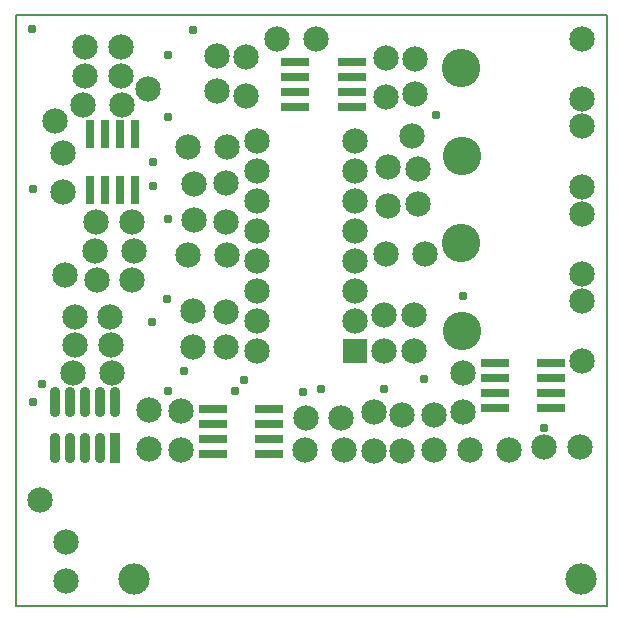
<source format=gbs>
%FSLAX25Y25*%
%MOIN*%
G70*
G01*
G75*
G04 Layer_Color=16711935*
%ADD10C,0.01000*%
%ADD11C,0.02000*%
%ADD12C,0.02500*%
%ADD13C,0.00787*%
%ADD14C,0.07874*%
%ADD15R,0.07874X0.07874*%
%ADD16C,0.12205*%
%ADD17C,0.09843*%
%ADD18C,0.02500*%
%ADD19R,0.02362X0.08661*%
%ADD20R,0.08661X0.02362*%
%ADD21O,0.02992X0.09449*%
%ADD22R,0.02992X0.09449*%
%ADD23R,0.08000X0.06500*%
%ADD24R,0.08500X0.07000*%
%ADD25R,0.08100X0.06700*%
%ADD26R,0.08900X0.07700*%
%ADD27R,0.08200X0.07100*%
%ADD28C,0.00300*%
%ADD29C,0.00500*%
%ADD30C,0.08474*%
%ADD31R,0.08474X0.08474*%
%ADD32C,0.12805*%
%ADD33C,0.10443*%
%ADD34C,0.03100*%
%ADD35R,0.02962X0.09261*%
%ADD36R,0.09261X0.02962*%
%ADD37O,0.03592X0.10049*%
%ADD38R,0.03592X0.10049*%
D13*
X-196850Y0D02*
Y196850D01*
Y0D02*
X0D01*
Y196850D01*
X-196850D02*
X0D01*
D30*
X-47800Y64549D02*
D03*
Y77552D02*
D03*
X-180600Y110351D02*
D03*
X-188800Y35451D02*
D03*
X-184000Y161550D02*
D03*
X-77400Y64701D02*
D03*
Y51699D02*
D03*
X-152500Y65201D02*
D03*
Y52199D02*
D03*
X-164749Y77650D02*
D03*
X-177752D02*
D03*
X-170652Y118251D02*
D03*
X-157649D02*
D03*
X-73000Y133199D02*
D03*
Y146201D02*
D03*
X-181200Y138149D02*
D03*
Y151152D02*
D03*
X-161599Y166900D02*
D03*
X-174601D02*
D03*
X-139401Y153050D02*
D03*
X-126399D02*
D03*
X-126850Y141052D02*
D03*
Y128049D02*
D03*
X-139601Y116951D02*
D03*
X-126599D02*
D03*
X-60599Y117350D02*
D03*
X-73601D02*
D03*
X-180350Y8449D02*
D03*
Y21452D02*
D03*
X-45501Y51850D02*
D03*
X-32499D02*
D03*
X-141800Y51849D02*
D03*
Y64852D02*
D03*
X-87599Y52100D02*
D03*
X-100601D02*
D03*
X-120100Y170149D02*
D03*
Y183152D02*
D03*
X-96799Y188951D02*
D03*
X-109801D02*
D03*
X-100305Y62800D02*
D03*
X-88494D02*
D03*
X-68100Y51745D02*
D03*
Y63556D02*
D03*
X-57600Y63656D02*
D03*
Y51845D02*
D03*
X-158245Y127951D02*
D03*
X-170056D02*
D03*
X-158145Y108551D02*
D03*
X-169956D02*
D03*
X-63000Y145806D02*
D03*
Y133994D02*
D03*
X-64051Y85145D02*
D03*
Y96956D02*
D03*
X-173705Y186300D02*
D03*
X-161895D02*
D03*
X-161995Y176600D02*
D03*
X-173805D02*
D03*
X-177256Y96351D02*
D03*
X-165445D02*
D03*
X-137550Y128745D02*
D03*
Y140556D02*
D03*
X-74351Y85145D02*
D03*
Y96956D02*
D03*
X-165345Y86950D02*
D03*
X-177156D02*
D03*
X-137800Y98206D02*
D03*
Y86395D02*
D03*
X-126800Y98005D02*
D03*
Y86194D02*
D03*
X-8895Y52900D02*
D03*
X-20706D02*
D03*
X-129850Y183405D02*
D03*
Y171594D02*
D03*
X-83951Y94950D02*
D03*
Y104950D02*
D03*
Y114951D02*
D03*
Y124951D02*
D03*
Y134950D02*
D03*
Y144950D02*
D03*
Y154950D02*
D03*
X-116470Y84951D02*
D03*
Y94950D02*
D03*
Y104950D02*
D03*
Y114951D02*
D03*
Y124951D02*
D03*
Y134950D02*
D03*
Y144950D02*
D03*
Y154950D02*
D03*
X-8021Y81511D02*
D03*
Y101590D02*
D03*
X-8221Y110611D02*
D03*
Y130690D02*
D03*
Y169011D02*
D03*
Y189090D02*
D03*
X-8121Y139811D02*
D03*
Y159890D02*
D03*
X-64900Y156600D02*
D03*
X-152800Y172300D02*
D03*
X-73550Y169699D02*
D03*
Y182701D02*
D03*
X-63750Y170594D02*
D03*
Y182405D02*
D03*
D31*
X-83951Y84951D02*
D03*
D32*
X-48179Y91747D02*
D03*
X-48379Y120847D02*
D03*
Y179247D02*
D03*
X-48279Y150047D02*
D03*
D33*
X-157399Y8850D02*
D03*
X-8502D02*
D03*
D34*
X-74100Y72451D02*
D03*
X-95100D02*
D03*
X-146250Y71500D02*
D03*
X-123851Y71551D02*
D03*
X-191350Y68000D02*
D03*
X-151050Y140000D02*
D03*
Y148000D02*
D03*
X-146351Y163000D02*
D03*
X-56850Y163500D02*
D03*
X-137850Y192000D02*
D03*
X-191451Y192350D02*
D03*
X-191350Y138850D02*
D03*
X-140850Y78250D02*
D03*
X-151550Y94750D02*
D03*
X-146351Y128850D02*
D03*
X-146250Y183651D02*
D03*
X-188100Y74050D02*
D03*
X-20700Y59451D02*
D03*
X-101100Y71351D02*
D03*
X-60950Y75551D02*
D03*
X-121001Y75200D02*
D03*
X-146400Y102300D02*
D03*
X-48000Y103200D02*
D03*
D35*
X-172151Y157401D02*
D03*
X-167150D02*
D03*
X-162151D02*
D03*
X-157150D02*
D03*
X-172151Y138700D02*
D03*
X-167150D02*
D03*
X-162151D02*
D03*
X-157150D02*
D03*
D36*
X-18500Y81050D02*
D03*
Y76051D02*
D03*
Y71051D02*
D03*
Y66050D02*
D03*
X-37201Y81050D02*
D03*
Y76051D02*
D03*
Y71051D02*
D03*
Y66050D02*
D03*
X-112400Y65650D02*
D03*
Y60650D02*
D03*
Y55651D02*
D03*
Y50651D02*
D03*
X-131101Y65650D02*
D03*
Y60650D02*
D03*
Y55651D02*
D03*
Y50651D02*
D03*
X-85000Y181351D02*
D03*
Y176350D02*
D03*
Y171351D02*
D03*
Y166350D02*
D03*
X-103701Y181351D02*
D03*
Y176350D02*
D03*
Y171351D02*
D03*
Y166350D02*
D03*
D37*
X-183851Y67854D02*
D03*
X-178850D02*
D03*
X-173851D02*
D03*
X-168851D02*
D03*
X-163850D02*
D03*
X-183851Y52500D02*
D03*
X-178850D02*
D03*
X-173851D02*
D03*
X-168851D02*
D03*
D38*
X-163850D02*
D03*
M02*

</source>
